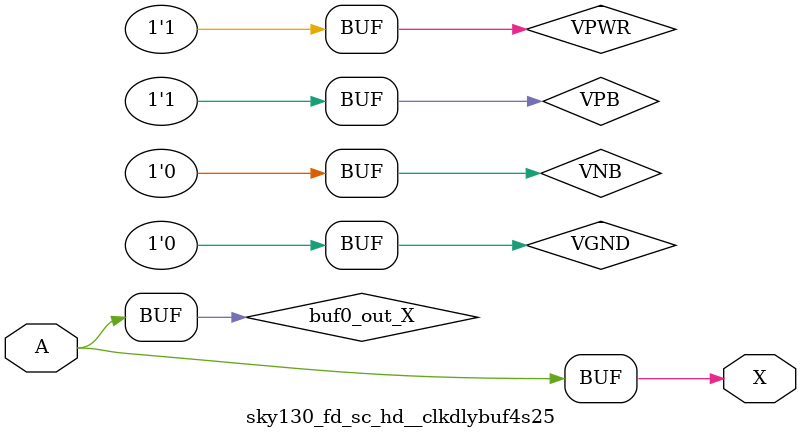
<source format=v>
/*
 * Copyright 2020 The SkyWater PDK Authors
 *
 * Licensed under the Apache License, Version 2.0 (the "License");
 * you may not use this file except in compliance with the License.
 * You may obtain a copy of the License at
 *
 *     https://www.apache.org/licenses/LICENSE-2.0
 *
 * Unless required by applicable law or agreed to in writing, software
 * distributed under the License is distributed on an "AS IS" BASIS,
 * WITHOUT WARRANTIES OR CONDITIONS OF ANY KIND, either express or implied.
 * See the License for the specific language governing permissions and
 * limitations under the License.
 *
 * SPDX-License-Identifier: Apache-2.0
*/


`ifndef SKY130_FD_SC_HD__CLKDLYBUF4S25_BEHAVIORAL_V
`define SKY130_FD_SC_HD__CLKDLYBUF4S25_BEHAVIORAL_V

/**
 * clkdlybuf4s25: Clock Delay Buffer 4-stage 0.25um length inner stage
 *                gates.
 *
 * Verilog simulation functional model.
 */

`timescale 1ns / 1ps
`default_nettype none

`celldefine
module sky130_fd_sc_hd__clkdlybuf4s25 (
    X,
    A
);

    // Module ports
    output X;
    input  A;

    // Module supplies
    supply1 VPWR;
    supply0 VGND;
    supply1 VPB ;
    supply0 VNB ;

    // Local signals
    wire buf0_out_X;

    //  Name  Output      Other arguments
    buf buf0 (buf0_out_X, A              );
    buf buf1 (X         , buf0_out_X     );

endmodule
`endcelldefine

`default_nettype wire
`endif  // SKY130_FD_SC_HD__CLKDLYBUF4S25_BEHAVIORAL_V
</source>
